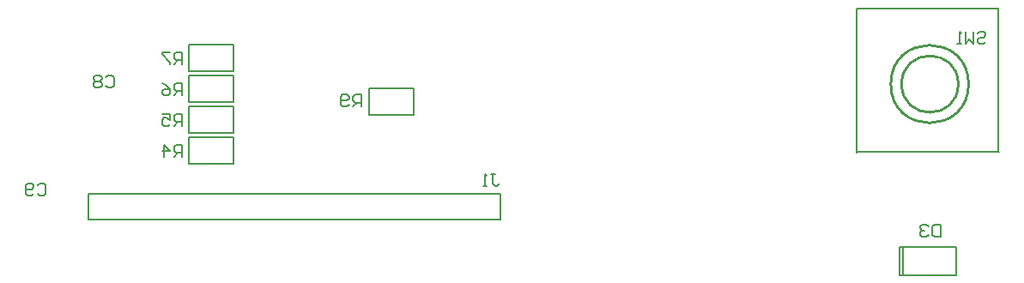
<source format=gbr>
%FSLAX44Y44*%
%MOMM*%
G71*
G01*
G75*
G04 Layer_Color=32896*
%ADD10R,1.1000X1.4000*%
%ADD11R,1.3000X1.4000*%
%ADD12R,1.4000X5.2000*%
%ADD13R,1.7000X2.0000*%
%ADD14R,1.4000X1.0000*%
%ADD15C,0.5000*%
%ADD16C,0.2000*%
%ADD17C,2.0000*%
%ADD18C,0.6500*%
%ADD19C,0.6500*%
%ADD20C,0.3000*%
%ADD21C,3.7000*%
%ADD22C,1.5000*%
%ADD23R,1.5000X1.5000*%
%ADD24P,1.8401X8X22.5*%
%ADD25C,1.7000*%
%ADD26C,3.0000*%
%ADD27C,4.0000*%
%ADD28C,2.5400*%
%ADD29C,1.5748*%
%ADD30P,1.7046X8X112.5*%
%ADD31O,1.5240X2.5400*%
%ADD32C,1.3508*%
%ADD33R,1.3508X1.3508*%
%ADD34C,1.0000*%
%ADD35C,1.6000*%
%ADD36C,0.8000*%
%ADD37C,1.2700*%
%ADD38R,1.6000X1.6000*%
%ADD39C,0.4000*%
%ADD40C,0.7000*%
%ADD41C,0.2540*%
%ADD42C,0.1524*%
%ADD43C,0.1500*%
%ADD44C,0.2032*%
%ADD45C,0.3048*%
%ADD46R,1.3032X1.6032*%
%ADD47R,1.5032X1.6032*%
%ADD48R,1.6032X5.4032*%
%ADD49R,1.9032X2.2032*%
%ADD50R,1.6032X1.2032*%
%ADD51C,3.9032*%
%ADD52C,1.7032*%
%ADD53R,1.7032X1.7032*%
%ADD54P,2.0600X8X22.5*%
%ADD55C,1.9032*%
%ADD56C,3.2032*%
%ADD57C,4.2032*%
%ADD58C,2.7432*%
%ADD59C,1.7780*%
%ADD60P,1.9245X8X112.5*%
%ADD61O,1.7272X2.7432*%
%ADD62C,1.5540*%
%ADD63R,1.5540X1.5540*%
%ADD64C,1.2032*%
%ADD65C,1.8032*%
%ADD66C,1.0032*%
%ADD67C,1.4732*%
%ADD68R,1.8032X1.8032*%
D16*
X482600Y82550D02*
Y107950D01*
X95250Y82550D02*
X482600D01*
X76200D02*
X95250D01*
X76200D02*
Y107950D01*
X482600D01*
X353260Y186390D02*
Y212390D01*
Y186390D02*
X397260D01*
Y212390D01*
X353260D02*
X397260D01*
X175460Y229570D02*
Y255570D01*
Y229570D02*
X219460D01*
Y255570D01*
X175460D02*
X219460D01*
X175460Y199090D02*
Y225090D01*
Y199090D02*
X219460D01*
Y225090D01*
X175460D02*
X219460D01*
X175460Y168610D02*
Y194610D01*
Y168610D02*
X219460D01*
Y194610D01*
X175460D02*
X219460D01*
X175460Y138130D02*
Y164130D01*
Y138130D02*
X219460D01*
Y164130D01*
X175460D02*
X219460D01*
X932270Y27910D02*
Y55910D01*
X876270Y27910D02*
Y55910D01*
Y27910D02*
X932270D01*
X876270Y55910D02*
X932270D01*
X880110Y27910D02*
Y55910D01*
X834390Y149352D02*
Y291592D01*
Y149352D02*
X834644Y149606D01*
X974598D01*
X974090Y150114D02*
X974598Y149606D01*
X974090Y150114D02*
Y291846D01*
X973836Y291592D02*
X974090Y291846D01*
X834390Y291592D02*
X973836D01*
X93603Y223357D02*
X95602Y225356D01*
X99601D01*
X101600Y223357D01*
Y215359D01*
X99601Y213360D01*
X95602D01*
X93603Y215359D01*
X89604Y223357D02*
X87605Y225356D01*
X83606D01*
X81607Y223357D01*
Y221357D01*
X83606Y219358D01*
X81607Y217359D01*
Y215359D01*
X83606Y213360D01*
X87605D01*
X89604Y215359D01*
Y217359D01*
X87605Y219358D01*
X89604Y221357D01*
Y223357D01*
X87605Y219358D02*
X83606D01*
X26293Y116677D02*
X28292Y118676D01*
X32291D01*
X34290Y116677D01*
Y108679D01*
X32291Y106680D01*
X28292D01*
X26293Y108679D01*
X22294D02*
X20294Y106680D01*
X16296D01*
X14296Y108679D01*
Y116677D01*
X16296Y118676D01*
X20294D01*
X22294Y116677D01*
Y114677D01*
X20294Y112678D01*
X14296D01*
X916940Y78036D02*
Y66040D01*
X910942D01*
X908943Y68039D01*
Y76037D01*
X910942Y78036D01*
X916940D01*
X904944Y76037D02*
X902944Y78036D01*
X898946D01*
X896946Y76037D01*
Y74037D01*
X898946Y72038D01*
X900945D01*
X898946D01*
X896946Y70039D01*
Y68039D01*
X898946Y66040D01*
X902944D01*
X904944Y68039D01*
X473587Y128074D02*
X477585D01*
X475586D01*
Y118077D01*
X477585Y116078D01*
X479585D01*
X481584Y118077D01*
X469588Y116078D02*
X465589D01*
X467589D01*
Y128074D01*
X469588Y126075D01*
X168910Y144780D02*
Y156776D01*
X162912D01*
X160913Y154777D01*
Y150778D01*
X162912Y148779D01*
X168910D01*
X164911D02*
X160913Y144780D01*
X150916D02*
Y156776D01*
X156914Y150778D01*
X148917D01*
X168910Y175260D02*
Y187256D01*
X162912D01*
X160913Y185257D01*
Y181258D01*
X162912Y179259D01*
X168910D01*
X164911D02*
X160913Y175260D01*
X148917Y187256D02*
X156914D01*
Y181258D01*
X152915Y183257D01*
X150916D01*
X148917Y181258D01*
Y177259D01*
X150916Y175260D01*
X154915D01*
X156914Y177259D01*
X168910Y205740D02*
Y217736D01*
X162912D01*
X160913Y215737D01*
Y211738D01*
X162912Y209739D01*
X168910D01*
X164911D02*
X160913Y205740D01*
X148917Y217736D02*
X152915Y215737D01*
X156914Y211738D01*
Y207739D01*
X154915Y205740D01*
X150916D01*
X148917Y207739D01*
Y209739D01*
X150916Y211738D01*
X156914D01*
X168910Y236220D02*
Y248216D01*
X162912D01*
X160913Y246217D01*
Y242218D01*
X162912Y240219D01*
X168910D01*
X164911D02*
X160913Y236220D01*
X156914Y248216D02*
X148917D01*
Y246217D01*
X156914Y238219D01*
Y236220D01*
X345440Y194310D02*
Y206306D01*
X339442D01*
X337443Y204307D01*
Y200308D01*
X339442Y198309D01*
X345440D01*
X341441D02*
X337443Y194310D01*
X333444Y196309D02*
X331445Y194310D01*
X327446D01*
X325447Y196309D01*
Y204307D01*
X327446Y206306D01*
X331445D01*
X333444Y204307D01*
Y202307D01*
X331445Y200308D01*
X325447D01*
X953393Y266537D02*
X955392Y268536D01*
X959391D01*
X961390Y266537D01*
Y264537D01*
X959391Y262538D01*
X955392D01*
X953393Y260539D01*
Y258539D01*
X955392Y256540D01*
X959391D01*
X961390Y258539D01*
X949394Y268536D02*
Y256540D01*
X945395Y260539D01*
X941396Y256540D01*
Y268536D01*
X937398Y256540D02*
X933399D01*
X935398D01*
Y268536D01*
X937398Y266537D01*
D41*
X944656Y216662D02*
G03*
X944656Y216662I-38384J0D01*
G01*
X934476D02*
G03*
X934476Y216662I-27950J0D01*
G01*
M02*

</source>
